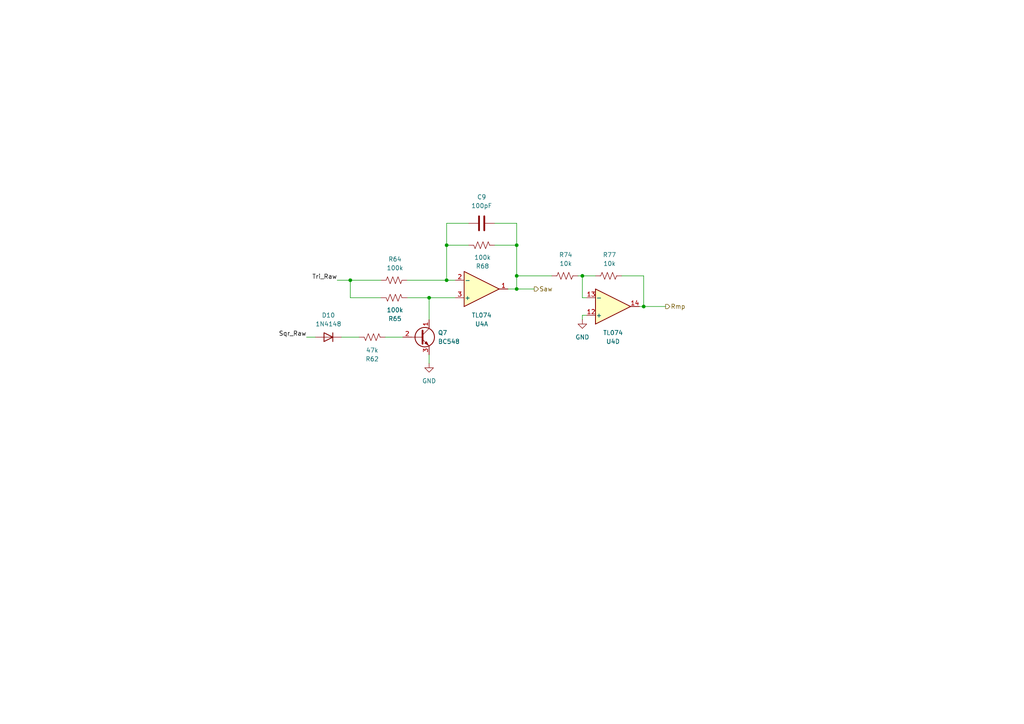
<source format=kicad_sch>
(kicad_sch (version 20250114) (generator "eeschema") (generator_version "9.0")
  (paper "A4")
  (lib_symbols
    (symbol "Amplifier_Operational:TL074" (pin_names (offset 0.127))
      (property "Reference" "U" (at 0 5.08 0))
      (property "Value" "TL074" (at 0 -5.08 0))
      (symbol "TL074_1_1"
        (polyline (pts (xy -5.08 5.08) (xy 5.08 0) (xy -5.08 -5.08) (xy -5.08 5.08)) (stroke (width 0.254)) (fill (type background)))
        (pin input line (at -7.62 2.54 0) (length 2.54) (name "+") (number "3"))
        (pin input line (at -7.62 -2.54 0) (length 2.54) (name "-") (number "2"))
        (pin output line (at 7.62 0 180) (length 2.54) (name "~") (number "1"))
      )
      (symbol "TL074_2_1"
        (polyline (pts (xy -5.08 5.08) (xy 5.08 0) (xy -5.08 -5.08) (xy -5.08 5.08)) (stroke (width 0.254)) (fill (type background)))
        (pin input line (at -7.62 2.54 0) (length 2.54) (name "+") (number "5"))
        (pin input line (at -7.62 -2.54 0) (length 2.54) (name "-") (number "6"))
        (pin output line (at 7.62 0 180) (length 2.54) (name "~") (number "7"))
      )
      (symbol "TL074_3_1"
        (polyline (pts (xy -5.08 5.08) (xy 5.08 0) (xy -5.08 -5.08) (xy -5.08 5.08)) (stroke (width 0.254)) (fill (type background)))
        (pin input line (at -7.62 2.54 0) (length 2.54) (name "+") (number "10"))
        (pin input line (at -7.62 -2.54 0) (length 2.54) (name "-") (number "9"))
        (pin output line (at 7.62 0 180) (length 2.54) (name "~") (number "8"))
      )
      (symbol "TL074_4_1"
        (polyline (pts (xy -5.08 5.08) (xy 5.08 0) (xy -5.08 -5.08) (xy -5.08 5.08)) (stroke (width 0.254)) (fill (type background)))
        (pin input line (at -7.62 2.54 0) (length 2.54) (name "+") (number "12"))
        (pin input line (at -7.62 -2.54 0) (length 2.54) (name "-") (number "13"))
        (pin output line (at 7.62 0 180) (length 2.54) (name "~") (number "14"))
      )
      (symbol "TL074_5_1"
        (pin power_in line (at -2.54 7.62 270) (length 3.81) (name "V+") (number "4"))
        (pin power_in line (at -2.54 -7.62 90) (length 3.81) (name "V-") (number "11"))
      )
    )
    (symbol "Device:C" (pin_numbers (hide yes)) (pin_names (offset 0.254))
      (property "Reference" "C" (at 0.635 2.54 0))
      (property "Value" "C" (at 0.635 -2.54 0))
      (symbol "C_0_1"
        (polyline (pts (xy -2.032 0.762) (xy 2.032 0.762)) (stroke (width 0.508)))
        (polyline (pts (xy -2.032 -0.762) (xy 2.032 -0.762)) (stroke (width 0.508)))
      )
      (symbol "C_1_1"
        (pin passive line (at 0 3.81 270) (length 2.794) (name "~") (number "1"))
        (pin passive line (at 0 -3.81 90) (length 2.794) (name "~") (number "2"))
      )
    )
    (symbol "Device:R_US" (pin_numbers (hide yes)) (pin_names (offset 0))
      (property "Reference" "R" (at 2.54 0 90))
      (property "Value" "R_US" (at -2.54 0 90))
      (symbol "R_US_0_1"
        (polyline (pts (xy 0 2.286) (xy 0 2.54)))
        (polyline (pts (xy 0 2.286) (xy 1.016 1.905) (xy 0 1.524) (xy -1.016 1.143) (xy 0 0.762)))
        (polyline (pts (xy 0 0.762) (xy 1.016 0.381) (xy 0 0) (xy -1.016 -0.381) (xy 0 -0.762)))
        (polyline (pts (xy 0 -0.762) (xy 1.016 -1.143) (xy 0 -1.524) (xy -1.016 -1.905) (xy 0 -2.286)))
        (polyline (pts (xy 0 -2.286) (xy 0 -2.54)))
      )
      (symbol "R_US_1_1"
        (pin passive line (at 0 3.81 270) (length 1.27) (name "~") (number "1"))
        (pin passive line (at 0 -3.81 90) (length 1.27) (name "~") (number "2"))
      )
    )
    (symbol "Diode:1N4148" (pin_numbers (hide yes)) (pin_names (hide yes))
      (property "Reference" "D" (at 0 2.54 0))
      (property "Value" "1N4148" (at 0 -2.54 0))
      (symbol "1N4148_0_1"
        (polyline (pts (xy -1.27 1.27) (xy -1.27 -1.27)) (stroke (width 0.254)))
        (polyline (pts (xy 1.27 1.27) (xy 1.27 -1.27) (xy -1.27 0) (xy 1.27 1.27)) (stroke (width 0.254)))
        (polyline (pts (xy 1.27 0) (xy -1.27 0)))
      )
      (symbol "1N4148_1_1"
        (pin passive line (at -3.81 0 0) (length 2.54) (name "K") (number "1"))
        (pin passive line (at 3.81 0 180) (length 2.54) (name "A") (number "2"))
      )
    )
    (symbol "Transistor_BJT:BC548" (pin_names (offset 0) (hide yes))
      (property "Reference" "Q" (at 5.08 1.905 0))
      (property "Value" "BC548" (at 5.08 0 0))
      (symbol "BC548_0_1"
        (polyline (pts (xy -2.54 0) (xy 0.635 0)))
        (polyline (pts (xy 0.635 1.905) (xy 0.635 -1.905)) (stroke (width 0.508)))
        (circle (center 1.27 0) (radius 2.8194) (stroke (width 0.254)))
      )
      (symbol "BC548_1_1"
        (polyline (pts (xy 0.635 0.635) (xy 2.54 2.54)))
        (polyline (pts (xy 0.635 -0.635) (xy 2.54 -2.54)))
        (polyline (pts (xy 1.27 -1.778) (xy 1.778 -1.27) (xy 2.286 -2.286) (xy 1.27 -1.778)) (fill (type outline)))
        (pin input line (at -5.08 0 0) (length 2.54) (name "B") (number "2"))
        (pin passive line (at 2.54 5.08 270) (length 2.54) (name "C") (number "1"))
        (pin passive line (at 2.54 -5.08 90) (length 2.54) (name "E") (number "3"))
      )
    )
    (symbol "power:GND" (power) (pin_numbers (hide yes)) (pin_names (offset 0) (hide yes))
      (property "Value" "GND" (at 0 -3.81 0))
      (symbol "GND_0_1"
        (polyline (pts (xy 0 0) (xy 0 -1.27) (xy 1.27 -1.27) (xy 0 -2.54) (xy -1.27 -1.27) (xy 0 -1.27)))
      )
      (symbol "GND_1_1"
        (pin power_in line (at 0 0 270) (length 0) (name "~") (number "1"))
      )
    )
  )
  (junction (at 149.86 83.82))
  (junction (at 101.6 81.28))
  (junction (at 149.86 71.12))
  (junction (at 186.69 88.9))
  (junction (at 129.54 71.12))
  (junction (at 129.54 81.28))
  (junction (at 149.86 80.01))
  (junction (at 168.91 80.01))
  (junction (at 124.46 86.36))
  (wire (pts (xy 118.11 86.36) (xy 124.46 86.36)))
  (wire (pts (xy 168.91 91.44) (xy 168.91 92.71)))
  (wire (pts (xy 149.86 83.82) (xy 147.32 83.82)))
  (wire (pts (xy 149.86 80.01) (xy 160.02 80.01)))
  (wire (pts (xy 168.91 80.01) (xy 168.91 86.36)))
  (wire (pts (xy 99.06 97.79) (xy 104.14 97.79)))
  (wire (pts (xy 172.72 80.01) (xy 168.91 80.01)))
  (wire (pts (xy 149.86 64.77) (xy 149.86 71.12)))
  (wire (pts (xy 135.89 71.12) (xy 129.54 71.12)))
  (wire (pts (xy 111.76 97.79) (xy 116.84 97.79)))
  (wire (pts (xy 124.46 102.87) (xy 124.46 105.41)))
  (wire (pts (xy 186.69 88.9) (xy 185.42 88.9)))
  (wire (pts (xy 124.46 86.36) (xy 124.46 92.71)))
  (wire (pts (xy 129.54 71.12) (xy 129.54 81.28)))
  (wire (pts (xy 101.6 86.36) (xy 101.6 81.28)))
  (wire (pts (xy 129.54 64.77) (xy 129.54 71.12)))
  (wire (pts (xy 110.49 86.36) (xy 101.6 86.36)))
  (wire (pts (xy 135.89 64.77) (xy 129.54 64.77)))
  (wire (pts (xy 143.51 71.12) (xy 149.86 71.12)))
  (wire (pts (xy 97.79 81.28) (xy 101.6 81.28)))
  (wire (pts (xy 186.69 80.01) (xy 186.69 88.9)))
  (wire (pts (xy 149.86 80.01) (xy 149.86 71.12)))
  (wire (pts (xy 170.18 91.44) (xy 168.91 91.44)))
  (wire (pts (xy 149.86 83.82) (xy 149.86 80.01)))
  (wire (pts (xy 149.86 83.82) (xy 154.94 83.82)))
  (wire (pts (xy 129.54 81.28) (xy 132.08 81.28)))
  (wire (pts (xy 180.34 80.01) (xy 186.69 80.01)))
  (wire (pts (xy 124.46 86.36) (xy 132.08 86.36)))
  (wire (pts (xy 88.9 97.79) (xy 91.44 97.79)))
  (wire (pts (xy 118.11 81.28) (xy 129.54 81.28)))
  (wire (pts (xy 168.91 86.36) (xy 170.18 86.36)))
  (wire (pts (xy 186.69 88.9) (xy 193.04 88.9)))
  (wire (pts (xy 101.6 81.28) (xy 110.49 81.28)))
  (wire (pts (xy 143.51 64.77) (xy 149.86 64.77)))
  (wire (pts (xy 167.64 80.01) (xy 168.91 80.01)))
  (label "Tri_Raw" (at 97.79 81.28 180))
  (label "Sqr_Raw" (at 88.9 97.79 180))
  (hierarchical_label "Rmp" (shape output) (at 193.04 88.9 0))
  (hierarchical_label "Saw" (shape output) (at 154.94 83.82 0))
  (symbol (lib_id "Amplifier_Operational:TL074") (at 139.7 83.82 0) (mirror x) (unit 1)
    (property "Reference" "U4" (at 139.7 93.98 0))
    (property "Value" "TL074" (at 139.7 91.44 0))
    (property "Footprint" "Package_DIP:DIP-14_W7.62mm_Socket" (effects (hide yes)))
    (property "Datasheet" "http://www.ti.com/lit/ds/symlink/tl071.pdf" (effects (hide yes)))
    (property "Description" "Quad Low-Noise JFET-Input Operational Amplifiers, DIP-14/SOIC-14" (effects (hide yes)))
  )
  (symbol (lib_id "power:GND") (at 124.46 105.41 0) (unit 1) (on_board no)
    (property "Reference" "#PWR057" (effects (hide yes)))
    (property "Value" "GND" (at 124.46 110.49 0))
    (property "Description" "Power symbol creates a global label with name \"GND\" , ground" (effects (hide yes)))
  )
  (symbol (lib_id "Device:R_US") (at 176.53 80.01 90) (unit 1) (on_board no)
    (property "Reference" "R77" (at 176.784 73.914 90))
    (property "Value" "10k" (at 176.784 76.454 90))
    (property "Footprint" "Resistor_THT:R_Axial_DIN0207_L6.3mm_D2.5mm_P7.62mm_Horizontal" (effects (hide yes)))
    (property "Description" "Resistor, US symbol" (effects (hide yes)))
  )
  (symbol (lib_id "Device:R_US") (at 107.95 97.79 90) (mirror x) (unit 1) (on_board no)
    (property "Reference" "R62" (at 107.95 104.14 90))
    (property "Value" "47k" (at 107.95 101.6 90))
    (property "Footprint" "Resistor_THT:R_Axial_DIN0207_L6.3mm_D2.5mm_P7.62mm_Horizontal" (effects (hide yes)))
    (property "Description" "Resistor, US symbol" (effects (hide yes)))
  )
  (symbol (lib_id "Device:R_US") (at 163.83 80.01 90) (unit 1) (on_board no)
    (property "Reference" "R74" (at 164.084 73.914 90))
    (property "Value" "10k" (at 164.084 76.454 90))
    (property "Footprint" "Resistor_THT:R_Axial_DIN0207_L6.3mm_D2.5mm_P7.62mm_Horizontal" (effects (hide yes)))
    (property "Description" "Resistor, US symbol" (effects (hide yes)))
  )
  (symbol (lib_id "Device:R_US") (at 114.3 86.36 90) (mirror x) (unit 1) (on_board no)
    (property "Reference" "R65" (at 114.554 92.456 90))
    (property "Value" "100k" (at 114.554 89.916 90))
    (property "Footprint" "Resistor_THT:R_Axial_DIN0207_L6.3mm_D2.5mm_P7.62mm_Horizontal" (effects (hide yes)))
    (property "Description" "Resistor, US symbol" (effects (hide yes)))
  )
  (symbol (lib_id "Diode:1N4148") (at 95.25 97.79 180) (unit 1)
    (property "Reference" "D10" (at 95.25 91.44 0))
    (property "Value" "1N4148" (at 95.25 93.98 0))
    (property "Footprint" "Diode_THT:D_DO-35_SOD27_P7.62mm_Horizontal" (effects (hide yes)))
    (property "Datasheet" "https://assets.nexperia.com/documents/data-sheet/1N4148_1N4448.pdf" (effects (hide yes)))
    (property "Description" "100V 0.15A standard switching diode, DO-35" (effects (hide yes)))
    (property "Sim.Device" "D" (effects (hide yes)))
    (property "Sim.Pins" "1=K 2=A" (effects (hide yes)))
  )
  (symbol (lib_id "Amplifier_Operational:TL074") (at 177.8 88.9 0) (mirror x) (unit 4)
    (property "Reference" "U4" (at 177.8 99.06 0))
    (property "Value" "TL074" (at 177.8 96.52 0))
    (property "Footprint" "Package_DIP:DIP-14_W7.62mm_Socket" (effects (hide yes)))
    (property "Datasheet" "http://www.ti.com/lit/ds/symlink/tl071.pdf" (effects (hide yes)))
    (property "Description" "Quad Low-Noise JFET-Input Operational Amplifiers, DIP-14/SOIC-14" (effects (hide yes)))
  )
  (symbol (lib_id "Transistor_BJT:BC548") (at 121.92 97.79 0) (unit 1)
    (property "Reference" "Q7" (at 127 96.5199 0) (effects (justify left)))
    (property "Value" "BC548" (at 127 99.0599 0) (effects (justify left)))
    (property "Footprint" "Package_TO_SOT_THT:TO-92L_Inline_Wide" (effects (hide yes)))
    (property "Datasheet" "https://www.onsemi.com/pub/Collateral/BC550-D.pdf" (effects (hide yes)))
    (property "Description" "0.1A Ic, 30V Vce, Small Signal NPN Transistor, TO-92" (effects (hide yes)))
  )
  (symbol (lib_id "Device:C") (at 139.7 64.77 90) (unit 1)
    (property "Reference" "C9" (at 139.7 57.15 90))
    (property "Value" "100pF" (at 139.7 59.69 90))
    (property "Footprint" "Capacitor_THT:C_Disc_D4.3mm_W1.9mm_P5.00mm" (effects (hide yes)))
    (property "Description" "Unpolarized capacitor" (effects (hide yes)))
  )
  (symbol (lib_id "Device:R_US") (at 114.3 81.28 90) (unit 1) (on_board no)
    (property "Reference" "R64" (at 114.554 75.184 90))
    (property "Value" "100k" (at 114.554 77.724 90))
    (property "Footprint" "Resistor_THT:R_Axial_DIN0207_L6.3mm_D2.5mm_P7.62mm_Horizontal" (effects (hide yes)))
    (property "Description" "Resistor, US symbol" (effects (hide yes)))
  )
  (symbol (lib_id "Device:R_US") (at 139.7 71.12 90) (mirror x) (unit 1) (on_board no)
    (property "Reference" "R68" (at 139.954 77.216 90))
    (property "Value" "100k" (at 139.954 74.676 90))
    (property "Footprint" "Resistor_THT:R_Axial_DIN0207_L6.3mm_D2.5mm_P7.62mm_Horizontal" (effects (hide yes)))
    (property "Description" "Resistor, US symbol" (effects (hide yes)))
  )
  (symbol (lib_id "power:GND") (at 168.91 92.71 0) (unit 1) (on_board no)
    (property "Reference" "#PWR063" (effects (hide yes)))
    (property "Value" "GND" (at 168.91 97.79 0))
    (property "Description" "Power symbol creates a global label with name \"GND\" , ground" (effects (hide yes)))
  )
)
</source>
